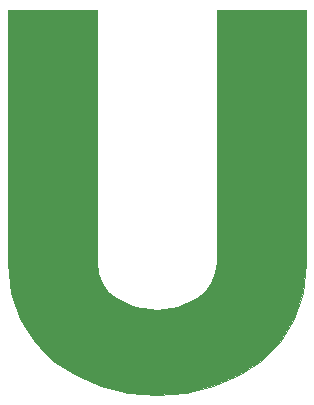
<source format=gto>
G04 #@! TF.FileFunction,Legend,Top*
%FSLAX46Y46*%
G04 Gerber Fmt 4.6, Leading zero omitted, Abs format (unit mm)*
G04 Created by KiCad (PCBNEW 4.0.0-rc2-stable) date 3/3/2016 3:48:12 PM*
%MOMM*%
G01*
G04 APERTURE LIST*
%ADD10C,0.150000*%
%ADD11C,0.025400*%
G04 APERTURE END LIST*
D10*
D11*
G36*
X59024737Y-40228924D02*
X59024827Y-40230431D01*
X59137132Y-41169884D01*
X59138005Y-41173229D01*
X59480779Y-42002332D01*
X59482319Y-42005050D01*
X60002826Y-42706220D01*
X60004685Y-42708230D01*
X60659959Y-43278543D01*
X60662890Y-43280454D01*
X62271288Y-44037291D01*
X62274917Y-44038375D01*
X64118667Y-44299115D01*
X64122269Y-44299108D01*
X65919144Y-44038368D01*
X65922727Y-44037291D01*
X67531127Y-43280454D01*
X67534058Y-43278543D01*
X68189328Y-42708230D01*
X68191187Y-42706220D01*
X68711697Y-42005050D01*
X68713241Y-42002320D01*
X69055041Y-41173217D01*
X69055909Y-41169897D01*
X69169189Y-40230444D01*
X69169280Y-40228924D01*
X69169280Y-18862718D01*
X76767900Y-18862718D01*
X76767900Y-40353258D01*
X76504458Y-42865732D01*
X75716402Y-45069954D01*
X74494283Y-46967014D01*
X72926786Y-48545243D01*
X71049911Y-49798768D01*
X68894744Y-50720738D01*
X66553007Y-51289585D01*
X64120448Y-51479857D01*
X61692776Y-51290561D01*
X59368636Y-50720746D01*
X57225145Y-49798764D01*
X55335547Y-48545209D01*
X53752441Y-46966980D01*
X52523509Y-45069938D01*
X51736431Y-42865732D01*
X51472012Y-40353260D01*
X51472012Y-18862718D01*
X59024737Y-18862718D01*
X59024737Y-40228924D01*
X59024737Y-40228924D01*
G37*
X59024737Y-40228924D02*
X59024827Y-40230431D01*
X59137132Y-41169884D01*
X59138005Y-41173229D01*
X59480779Y-42002332D01*
X59482319Y-42005050D01*
X60002826Y-42706220D01*
X60004685Y-42708230D01*
X60659959Y-43278543D01*
X60662890Y-43280454D01*
X62271288Y-44037291D01*
X62274917Y-44038375D01*
X64118667Y-44299115D01*
X64122269Y-44299108D01*
X65919144Y-44038368D01*
X65922727Y-44037291D01*
X67531127Y-43280454D01*
X67534058Y-43278543D01*
X68189328Y-42708230D01*
X68191187Y-42706220D01*
X68711697Y-42005050D01*
X68713241Y-42002320D01*
X69055041Y-41173217D01*
X69055909Y-41169897D01*
X69169189Y-40230444D01*
X69169280Y-40228924D01*
X69169280Y-18862718D01*
X76767900Y-18862718D01*
X76767900Y-40353258D01*
X76504458Y-42865732D01*
X75716402Y-45069954D01*
X74494283Y-46967014D01*
X72926786Y-48545243D01*
X71049911Y-49798768D01*
X68894744Y-50720738D01*
X66553007Y-51289585D01*
X64120448Y-51479857D01*
X61692776Y-51290561D01*
X59368636Y-50720746D01*
X57225145Y-49798764D01*
X55335547Y-48545209D01*
X53752441Y-46966980D01*
X52523509Y-45069938D01*
X51736431Y-42865732D01*
X51472012Y-40353260D01*
X51472012Y-18862718D01*
X59024737Y-18862718D01*
X59024737Y-40228924D01*
M02*

</source>
